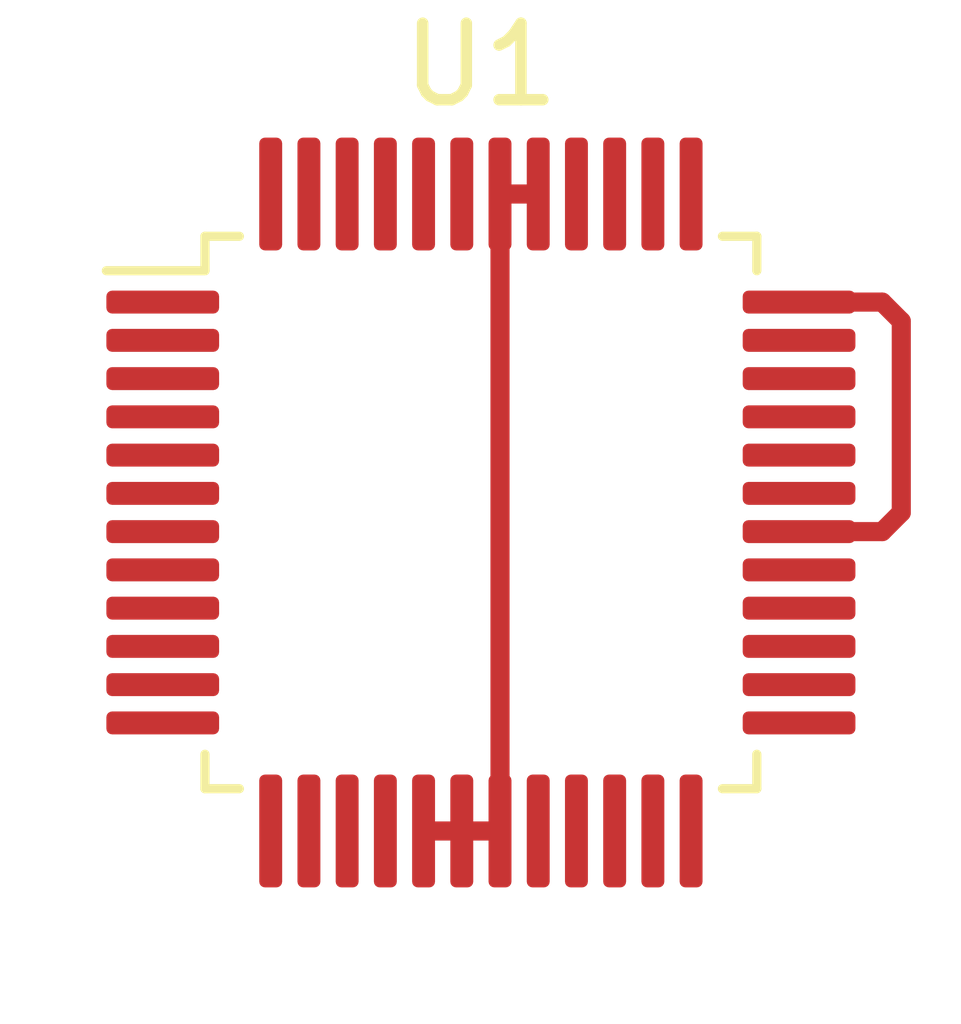
<source format=kicad_pcb>
(kicad_pcb (version 20171130) (host pcbnew "(5.1.4)-1")

  (general
    (thickness 1.6)
    (drawings 0)
    (tracks 8)
    (zones 0)
    (modules 1)
    (nets 3)
  )

  (page A4)
  (layers
    (0 F.Cu signal)
    (31 B.Cu signal)
    (32 B.Adhes user)
    (33 F.Adhes user)
    (34 B.Paste user)
    (35 F.Paste user)
    (36 B.SilkS user)
    (37 F.SilkS user)
    (38 B.Mask user)
    (39 F.Mask user)
    (40 Dwgs.User user)
    (41 Cmts.User user)
    (42 Eco1.User user)
    (43 Eco2.User user)
    (44 Edge.Cuts user)
    (45 Margin user)
    (46 B.CrtYd user)
    (47 F.CrtYd user)
    (48 B.Fab user)
    (49 F.Fab user)
  )

  (setup
    (last_trace_width 0.25)
    (trace_clearance 0.2)
    (zone_clearance 0.508)
    (zone_45_only no)
    (trace_min 0.2)
    (via_size 0.8)
    (via_drill 0.4)
    (via_min_size 0.4)
    (via_min_drill 0.3)
    (uvia_size 0.3)
    (uvia_drill 0.1)
    (uvias_allowed no)
    (uvia_min_size 0.2)
    (uvia_min_drill 0.1)
    (edge_width 0.05)
    (segment_width 0.2)
    (pcb_text_width 0.3)
    (pcb_text_size 1.5 1.5)
    (mod_edge_width 0.12)
    (mod_text_size 1 1)
    (mod_text_width 0.15)
    (pad_size 1.524 1.524)
    (pad_drill 0.762)
    (pad_to_mask_clearance 0.051)
    (solder_mask_min_width 0.25)
    (aux_axis_origin 0 0)
    (visible_elements FFFFFF7F)
    (pcbplotparams
      (layerselection 0x010fc_ffffffff)
      (usegerberextensions false)
      (usegerberattributes false)
      (usegerberadvancedattributes false)
      (creategerberjobfile false)
      (excludeedgelayer true)
      (linewidth 0.100000)
      (plotframeref false)
      (viasonmask false)
      (mode 1)
      (useauxorigin false)
      (hpglpennumber 1)
      (hpglpenspeed 20)
      (hpglpendiameter 15.000000)
      (psnegative false)
      (psa4output false)
      (plotreference true)
      (plotvalue true)
      (plotinvisibletext false)
      (padsonsilk false)
      (subtractmaskfromsilk false)
      (outputformat 1)
      (mirror false)
      (drillshape 1)
      (scaleselection 1)
      (outputdirectory ""))
  )

  (net 0 "")
  (net 1 "Net-(U1-Pad17)")
  (net 2 "Net-(U1-Pad30)")

  (net_class Default "This is the default net class."
    (clearance 0.2)
    (trace_width 0.25)
    (via_dia 0.8)
    (via_drill 0.4)
    (uvia_dia 0.3)
    (uvia_drill 0.1)
    (add_net "Net-(U1-Pad1)")
    (add_net "Net-(U1-Pad10)")
    (add_net "Net-(U1-Pad11)")
    (add_net "Net-(U1-Pad12)")
    (add_net "Net-(U1-Pad13)")
    (add_net "Net-(U1-Pad14)")
    (add_net "Net-(U1-Pad15)")
    (add_net "Net-(U1-Pad16)")
    (add_net "Net-(U1-Pad17)")
    (add_net "Net-(U1-Pad2)")
    (add_net "Net-(U1-Pad20)")
    (add_net "Net-(U1-Pad21)")
    (add_net "Net-(U1-Pad22)")
    (add_net "Net-(U1-Pad23)")
    (add_net "Net-(U1-Pad24)")
    (add_net "Net-(U1-Pad25)")
    (add_net "Net-(U1-Pad26)")
    (add_net "Net-(U1-Pad27)")
    (add_net "Net-(U1-Pad28)")
    (add_net "Net-(U1-Pad29)")
    (add_net "Net-(U1-Pad3)")
    (add_net "Net-(U1-Pad30)")
    (add_net "Net-(U1-Pad31)")
    (add_net "Net-(U1-Pad32)")
    (add_net "Net-(U1-Pad33)")
    (add_net "Net-(U1-Pad34)")
    (add_net "Net-(U1-Pad35)")
    (add_net "Net-(U1-Pad37)")
    (add_net "Net-(U1-Pad38)")
    (add_net "Net-(U1-Pad39)")
    (add_net "Net-(U1-Pad4)")
    (add_net "Net-(U1-Pad40)")
    (add_net "Net-(U1-Pad43)")
    (add_net "Net-(U1-Pad44)")
    (add_net "Net-(U1-Pad45)")
    (add_net "Net-(U1-Pad46)")
    (add_net "Net-(U1-Pad47)")
    (add_net "Net-(U1-Pad48)")
    (add_net "Net-(U1-Pad5)")
    (add_net "Net-(U1-Pad6)")
    (add_net "Net-(U1-Pad7)")
    (add_net "Net-(U1-Pad8)")
    (add_net "Net-(U1-Pad9)")
  )

  (module Package_QFP:LQFP-48_7x7mm_P0.5mm (layer F.Cu) (tedit 5C18330E) (tstamp 5D9884DB)
    (at 135.5 76.5)
    (descr "LQFP, 48 Pin (https://www.analog.com/media/en/technical-documentation/data-sheets/ltc2358-16.pdf), generated with kicad-footprint-generator ipc_gullwing_generator.py")
    (tags "LQFP QFP")
    (path /5D98C9AF)
    (attr smd)
    (fp_text reference U1 (at 0 -5.85) (layer F.SilkS)
      (effects (font (size 1 1) (thickness 0.15)))
    )
    (fp_text value LPC51U68JBD48 (at 0 5.85) (layer F.Fab)
      (effects (font (size 1 1) (thickness 0.15)))
    )
    (fp_text user %R (at 0 0) (layer F.Fab)
      (effects (font (size 1 1) (thickness 0.15)))
    )
    (fp_line (start 5.15 3.15) (end 5.15 0) (layer F.CrtYd) (width 0.05))
    (fp_line (start 3.75 3.15) (end 5.15 3.15) (layer F.CrtYd) (width 0.05))
    (fp_line (start 3.75 3.75) (end 3.75 3.15) (layer F.CrtYd) (width 0.05))
    (fp_line (start 3.15 3.75) (end 3.75 3.75) (layer F.CrtYd) (width 0.05))
    (fp_line (start 3.15 5.15) (end 3.15 3.75) (layer F.CrtYd) (width 0.05))
    (fp_line (start 0 5.15) (end 3.15 5.15) (layer F.CrtYd) (width 0.05))
    (fp_line (start -5.15 3.15) (end -5.15 0) (layer F.CrtYd) (width 0.05))
    (fp_line (start -3.75 3.15) (end -5.15 3.15) (layer F.CrtYd) (width 0.05))
    (fp_line (start -3.75 3.75) (end -3.75 3.15) (layer F.CrtYd) (width 0.05))
    (fp_line (start -3.15 3.75) (end -3.75 3.75) (layer F.CrtYd) (width 0.05))
    (fp_line (start -3.15 5.15) (end -3.15 3.75) (layer F.CrtYd) (width 0.05))
    (fp_line (start 0 5.15) (end -3.15 5.15) (layer F.CrtYd) (width 0.05))
    (fp_line (start 5.15 -3.15) (end 5.15 0) (layer F.CrtYd) (width 0.05))
    (fp_line (start 3.75 -3.15) (end 5.15 -3.15) (layer F.CrtYd) (width 0.05))
    (fp_line (start 3.75 -3.75) (end 3.75 -3.15) (layer F.CrtYd) (width 0.05))
    (fp_line (start 3.15 -3.75) (end 3.75 -3.75) (layer F.CrtYd) (width 0.05))
    (fp_line (start 3.15 -5.15) (end 3.15 -3.75) (layer F.CrtYd) (width 0.05))
    (fp_line (start 0 -5.15) (end 3.15 -5.15) (layer F.CrtYd) (width 0.05))
    (fp_line (start -5.15 -3.15) (end -5.15 0) (layer F.CrtYd) (width 0.05))
    (fp_line (start -3.75 -3.15) (end -5.15 -3.15) (layer F.CrtYd) (width 0.05))
    (fp_line (start -3.75 -3.75) (end -3.75 -3.15) (layer F.CrtYd) (width 0.05))
    (fp_line (start -3.15 -3.75) (end -3.75 -3.75) (layer F.CrtYd) (width 0.05))
    (fp_line (start -3.15 -5.15) (end -3.15 -3.75) (layer F.CrtYd) (width 0.05))
    (fp_line (start 0 -5.15) (end -3.15 -5.15) (layer F.CrtYd) (width 0.05))
    (fp_line (start -3.5 -2.5) (end -2.5 -3.5) (layer F.Fab) (width 0.1))
    (fp_line (start -3.5 3.5) (end -3.5 -2.5) (layer F.Fab) (width 0.1))
    (fp_line (start 3.5 3.5) (end -3.5 3.5) (layer F.Fab) (width 0.1))
    (fp_line (start 3.5 -3.5) (end 3.5 3.5) (layer F.Fab) (width 0.1))
    (fp_line (start -2.5 -3.5) (end 3.5 -3.5) (layer F.Fab) (width 0.1))
    (fp_line (start -3.61 -3.16) (end -4.9 -3.16) (layer F.SilkS) (width 0.12))
    (fp_line (start -3.61 -3.61) (end -3.61 -3.16) (layer F.SilkS) (width 0.12))
    (fp_line (start -3.16 -3.61) (end -3.61 -3.61) (layer F.SilkS) (width 0.12))
    (fp_line (start 3.61 -3.61) (end 3.61 -3.16) (layer F.SilkS) (width 0.12))
    (fp_line (start 3.16 -3.61) (end 3.61 -3.61) (layer F.SilkS) (width 0.12))
    (fp_line (start -3.61 3.61) (end -3.61 3.16) (layer F.SilkS) (width 0.12))
    (fp_line (start -3.16 3.61) (end -3.61 3.61) (layer F.SilkS) (width 0.12))
    (fp_line (start 3.61 3.61) (end 3.61 3.16) (layer F.SilkS) (width 0.12))
    (fp_line (start 3.16 3.61) (end 3.61 3.61) (layer F.SilkS) (width 0.12))
    (pad 48 smd roundrect (at -2.75 -4.1625) (size 0.3 1.475) (layers F.Cu F.Paste F.Mask) (roundrect_rratio 0.25))
    (pad 47 smd roundrect (at -2.25 -4.1625) (size 0.3 1.475) (layers F.Cu F.Paste F.Mask) (roundrect_rratio 0.25))
    (pad 46 smd roundrect (at -1.75 -4.1625) (size 0.3 1.475) (layers F.Cu F.Paste F.Mask) (roundrect_rratio 0.25))
    (pad 45 smd roundrect (at -1.25 -4.1625) (size 0.3 1.475) (layers F.Cu F.Paste F.Mask) (roundrect_rratio 0.25))
    (pad 44 smd roundrect (at -0.75 -4.1625) (size 0.3 1.475) (layers F.Cu F.Paste F.Mask) (roundrect_rratio 0.25))
    (pad 43 smd roundrect (at -0.25 -4.1625) (size 0.3 1.475) (layers F.Cu F.Paste F.Mask) (roundrect_rratio 0.25))
    (pad 42 smd roundrect (at 0.25 -4.1625) (size 0.3 1.475) (layers F.Cu F.Paste F.Mask) (roundrect_rratio 0.25)
      (net 1 "Net-(U1-Pad17)"))
    (pad 41 smd roundrect (at 0.75 -4.1625) (size 0.3 1.475) (layers F.Cu F.Paste F.Mask) (roundrect_rratio 0.25)
      (net 1 "Net-(U1-Pad17)"))
    (pad 40 smd roundrect (at 1.25 -4.1625) (size 0.3 1.475) (layers F.Cu F.Paste F.Mask) (roundrect_rratio 0.25))
    (pad 39 smd roundrect (at 1.75 -4.1625) (size 0.3 1.475) (layers F.Cu F.Paste F.Mask) (roundrect_rratio 0.25))
    (pad 38 smd roundrect (at 2.25 -4.1625) (size 0.3 1.475) (layers F.Cu F.Paste F.Mask) (roundrect_rratio 0.25))
    (pad 37 smd roundrect (at 2.75 -4.1625) (size 0.3 1.475) (layers F.Cu F.Paste F.Mask) (roundrect_rratio 0.25))
    (pad 36 smd roundrect (at 4.1625 -2.75) (size 1.475 0.3) (layers F.Cu F.Paste F.Mask) (roundrect_rratio 0.25)
      (net 2 "Net-(U1-Pad30)"))
    (pad 35 smd roundrect (at 4.1625 -2.25) (size 1.475 0.3) (layers F.Cu F.Paste F.Mask) (roundrect_rratio 0.25))
    (pad 34 smd roundrect (at 4.1625 -1.75) (size 1.475 0.3) (layers F.Cu F.Paste F.Mask) (roundrect_rratio 0.25))
    (pad 33 smd roundrect (at 4.1625 -1.25) (size 1.475 0.3) (layers F.Cu F.Paste F.Mask) (roundrect_rratio 0.25))
    (pad 32 smd roundrect (at 4.1625 -0.75) (size 1.475 0.3) (layers F.Cu F.Paste F.Mask) (roundrect_rratio 0.25))
    (pad 31 smd roundrect (at 4.1625 -0.25) (size 1.475 0.3) (layers F.Cu F.Paste F.Mask) (roundrect_rratio 0.25))
    (pad 30 smd roundrect (at 4.1625 0.25) (size 1.475 0.3) (layers F.Cu F.Paste F.Mask) (roundrect_rratio 0.25)
      (net 2 "Net-(U1-Pad30)"))
    (pad 29 smd roundrect (at 4.1625 0.75) (size 1.475 0.3) (layers F.Cu F.Paste F.Mask) (roundrect_rratio 0.25))
    (pad 28 smd roundrect (at 4.1625 1.25) (size 1.475 0.3) (layers F.Cu F.Paste F.Mask) (roundrect_rratio 0.25))
    (pad 27 smd roundrect (at 4.1625 1.75) (size 1.475 0.3) (layers F.Cu F.Paste F.Mask) (roundrect_rratio 0.25))
    (pad 26 smd roundrect (at 4.1625 2.25) (size 1.475 0.3) (layers F.Cu F.Paste F.Mask) (roundrect_rratio 0.25))
    (pad 25 smd roundrect (at 4.1625 2.75) (size 1.475 0.3) (layers F.Cu F.Paste F.Mask) (roundrect_rratio 0.25))
    (pad 24 smd roundrect (at 2.75 4.1625) (size 0.3 1.475) (layers F.Cu F.Paste F.Mask) (roundrect_rratio 0.25))
    (pad 23 smd roundrect (at 2.25 4.1625) (size 0.3 1.475) (layers F.Cu F.Paste F.Mask) (roundrect_rratio 0.25))
    (pad 22 smd roundrect (at 1.75 4.1625) (size 0.3 1.475) (layers F.Cu F.Paste F.Mask) (roundrect_rratio 0.25))
    (pad 21 smd roundrect (at 1.25 4.1625) (size 0.3 1.475) (layers F.Cu F.Paste F.Mask) (roundrect_rratio 0.25))
    (pad 20 smd roundrect (at 0.75 4.1625) (size 0.3 1.475) (layers F.Cu F.Paste F.Mask) (roundrect_rratio 0.25))
    (pad 19 smd roundrect (at 0.25 4.1625) (size 0.3 1.475) (layers F.Cu F.Paste F.Mask) (roundrect_rratio 0.25)
      (net 1 "Net-(U1-Pad17)"))
    (pad 18 smd roundrect (at -0.25 4.1625) (size 0.3 1.475) (layers F.Cu F.Paste F.Mask) (roundrect_rratio 0.25)
      (net 1 "Net-(U1-Pad17)"))
    (pad 17 smd roundrect (at -0.75 4.1625) (size 0.3 1.475) (layers F.Cu F.Paste F.Mask) (roundrect_rratio 0.25)
      (net 1 "Net-(U1-Pad17)"))
    (pad 16 smd roundrect (at -1.25 4.1625) (size 0.3 1.475) (layers F.Cu F.Paste F.Mask) (roundrect_rratio 0.25))
    (pad 15 smd roundrect (at -1.75 4.1625) (size 0.3 1.475) (layers F.Cu F.Paste F.Mask) (roundrect_rratio 0.25))
    (pad 14 smd roundrect (at -2.25 4.1625) (size 0.3 1.475) (layers F.Cu F.Paste F.Mask) (roundrect_rratio 0.25))
    (pad 13 smd roundrect (at -2.75 4.1625) (size 0.3 1.475) (layers F.Cu F.Paste F.Mask) (roundrect_rratio 0.25))
    (pad 12 smd roundrect (at -4.1625 2.75) (size 1.475 0.3) (layers F.Cu F.Paste F.Mask) (roundrect_rratio 0.25))
    (pad 11 smd roundrect (at -4.1625 2.25) (size 1.475 0.3) (layers F.Cu F.Paste F.Mask) (roundrect_rratio 0.25))
    (pad 10 smd roundrect (at -4.1625 1.75) (size 1.475 0.3) (layers F.Cu F.Paste F.Mask) (roundrect_rratio 0.25))
    (pad 9 smd roundrect (at -4.1625 1.25) (size 1.475 0.3) (layers F.Cu F.Paste F.Mask) (roundrect_rratio 0.25))
    (pad 8 smd roundrect (at -4.1625 0.75) (size 1.475 0.3) (layers F.Cu F.Paste F.Mask) (roundrect_rratio 0.25))
    (pad 7 smd roundrect (at -4.1625 0.25) (size 1.475 0.3) (layers F.Cu F.Paste F.Mask) (roundrect_rratio 0.25))
    (pad 6 smd roundrect (at -4.1625 -0.25) (size 1.475 0.3) (layers F.Cu F.Paste F.Mask) (roundrect_rratio 0.25))
    (pad 5 smd roundrect (at -4.1625 -0.75) (size 1.475 0.3) (layers F.Cu F.Paste F.Mask) (roundrect_rratio 0.25))
    (pad 4 smd roundrect (at -4.1625 -1.25) (size 1.475 0.3) (layers F.Cu F.Paste F.Mask) (roundrect_rratio 0.25))
    (pad 3 smd roundrect (at -4.1625 -1.75) (size 1.475 0.3) (layers F.Cu F.Paste F.Mask) (roundrect_rratio 0.25))
    (pad 2 smd roundrect (at -4.1625 -2.25) (size 1.475 0.3) (layers F.Cu F.Paste F.Mask) (roundrect_rratio 0.25))
    (pad 1 smd roundrect (at -4.1625 -2.75) (size 1.475 0.3) (layers F.Cu F.Paste F.Mask) (roundrect_rratio 0.25))
    (model ${KISYS3DMOD}/Package_QFP.3dshapes/LQFP-48_7x7mm_P0.5mm.wrl
      (at (xyz 0 0 0))
      (scale (xyz 1 1 1))
      (rotate (xyz 0 0 0))
    )
  )

  (segment (start 134.75 80.6625) (end 135.75 80.6625) (width 0.25) (layer F.Cu) (net 1))
  (segment (start 135.75 80.6625) (end 135.75 72.3375) (width 0.25) (layer F.Cu) (net 1))
  (segment (start 135.75 72.3375) (end 136.25 72.3375) (width 0.25) (layer F.Cu) (net 1))
  (segment (start 139.6625 73.75) (end 140.75 73.75) (width 0.25) (layer F.Cu) (net 2))
  (segment (start 140.75 73.75) (end 141 74) (width 0.25) (layer F.Cu) (net 2))
  (segment (start 141 74) (end 141 76.5) (width 0.25) (layer F.Cu) (net 2))
  (segment (start 140.75 76.75) (end 139.6625 76.75) (width 0.25) (layer F.Cu) (net 2))
  (segment (start 141 76.5) (end 140.75 76.75) (width 0.25) (layer F.Cu) (net 2))

)

</source>
